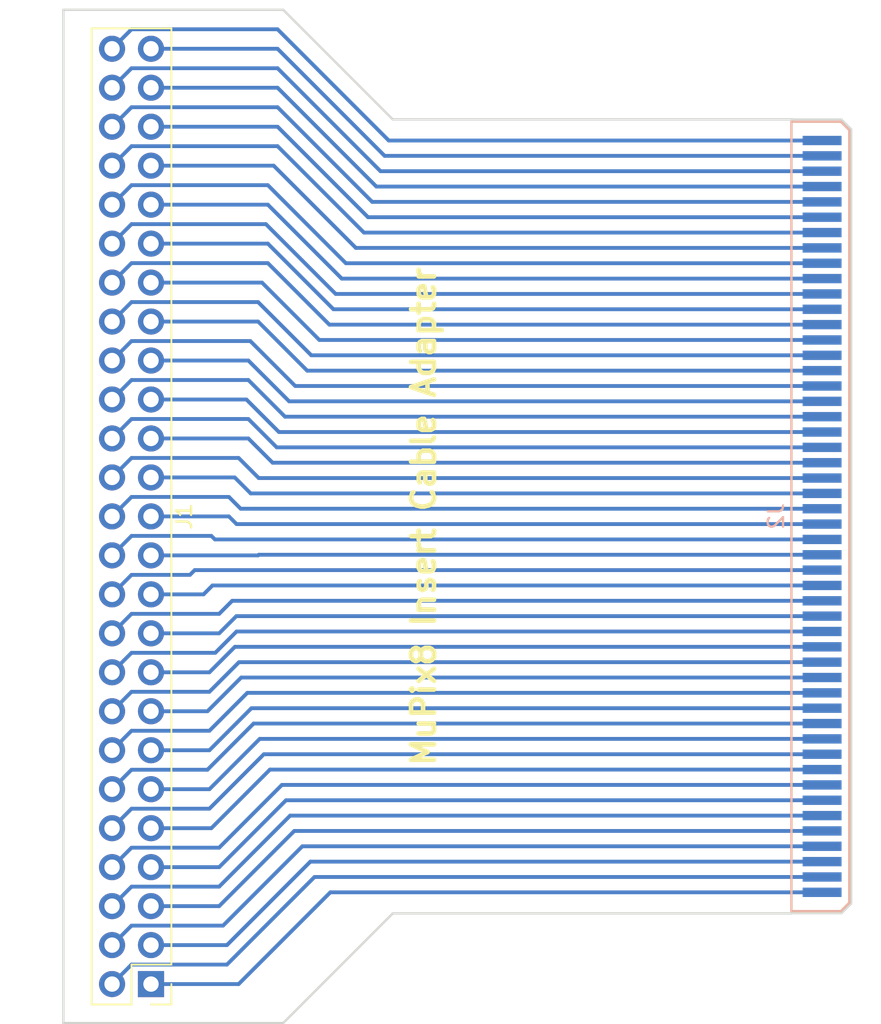
<source format=kicad_pcb>
(kicad_pcb (version 20171130) (host pcbnew 5.1.9+dfsg1-1~bpo10+1)

  (general
    (thickness 1.6)
    (drawings 8)
    (tracks 175)
    (zones 0)
    (modules 2)
    (nets 51)
  )

  (page A4)
  (layers
    (0 F.Cu signal)
    (31 B.Cu signal)
    (32 B.Adhes user)
    (33 F.Adhes user)
    (34 B.Paste user)
    (35 F.Paste user)
    (36 B.SilkS user)
    (37 F.SilkS user)
    (38 B.Mask user)
    (39 F.Mask user)
    (40 Dwgs.User user)
    (41 Cmts.User user)
    (42 Eco1.User user)
    (43 Eco2.User user)
    (44 Edge.Cuts user)
    (45 Margin user)
    (46 B.CrtYd user)
    (47 F.CrtYd user)
    (48 B.Fab user)
    (49 F.Fab user)
  )

  (setup
    (last_trace_width 0.25)
    (user_trace_width 0.5)
    (trace_clearance 0.2)
    (zone_clearance 0.508)
    (zone_45_only no)
    (trace_min 0.2)
    (via_size 0.8)
    (via_drill 0.4)
    (via_min_size 0.4)
    (via_min_drill 0.3)
    (uvia_size 0.3)
    (uvia_drill 0.1)
    (uvias_allowed no)
    (uvia_min_size 0.2)
    (uvia_min_drill 0.1)
    (edge_width 0.15)
    (segment_width 0.2)
    (pcb_text_width 0.3)
    (pcb_text_size 1.5 1.5)
    (mod_edge_width 0.15)
    (mod_text_size 1 1)
    (mod_text_width 0.15)
    (pad_size 1.524 1.524)
    (pad_drill 0.762)
    (pad_to_mask_clearance 0.051)
    (solder_mask_min_width 0.25)
    (aux_axis_origin 0 0)
    (grid_origin 229.32 96)
    (visible_elements FFFFFF7F)
    (pcbplotparams
      (layerselection 0x010fc_ffffffff)
      (usegerberextensions false)
      (usegerberattributes false)
      (usegerberadvancedattributes false)
      (creategerberjobfile false)
      (excludeedgelayer true)
      (linewidth 0.100000)
      (plotframeref false)
      (viasonmask false)
      (mode 1)
      (useauxorigin false)
      (hpglpennumber 1)
      (hpglpenspeed 20)
      (hpglpendiameter 15.000000)
      (psnegative false)
      (psa4output false)
      (plotreference true)
      (plotvalue true)
      (plotinvisibletext false)
      (padsonsilk false)
      (subtractmaskfromsilk false)
      (outputformat 1)
      (mirror false)
      (drillshape 0)
      (scaleselection 1)
      (outputdirectory "gerber/"))
  )

  (net 0 "")
  (net 1 "Net-(J1-Pad50)")
  (net 2 "Net-(J1-Pad49)")
  (net 3 "Net-(J1-Pad48)")
  (net 4 "Net-(J1-Pad47)")
  (net 5 "Net-(J1-Pad46)")
  (net 6 "Net-(J1-Pad45)")
  (net 7 "Net-(J1-Pad44)")
  (net 8 /S43)
  (net 9 "Net-(J1-Pad42)")
  (net 10 /S41)
  (net 11 "Net-(J1-Pad40)")
  (net 12 /S39)
  (net 13 "Net-(J1-Pad38)")
  (net 14 /S37)
  (net 15 "Net-(J1-Pad36)")
  (net 16 /S35)
  (net 17 "Net-(J1-Pad34)")
  (net 18 /S33)
  (net 19 "Net-(J1-Pad32)")
  (net 20 /S31)
  (net 21 "Net-(J1-Pad30)")
  (net 22 /S29)
  (net 23 "Net-(J1-Pad28)")
  (net 24 /S27)
  (net 25 "Net-(J1-Pad26)")
  (net 26 /S25)
  (net 27 "Net-(J1-Pad24)")
  (net 28 /S23)
  (net 29 "Net-(J1-Pad22)")
  (net 30 /S21)
  (net 31 "Net-(J1-Pad20)")
  (net 32 /S19)
  (net 33 "Net-(J1-Pad18)")
  (net 34 /S17)
  (net 35 "Net-(J1-Pad16)")
  (net 36 "Net-(J1-Pad15)")
  (net 37 "Net-(J1-Pad14)")
  (net 38 "Net-(J1-Pad13)")
  (net 39 "Net-(J1-Pad12)")
  (net 40 "Net-(J1-Pad11)")
  (net 41 "Net-(J1-Pad10)")
  (net 42 "Net-(J1-Pad9)")
  (net 43 "Net-(J1-Pad8)")
  (net 44 "Net-(J1-Pad7)")
  (net 45 "Net-(J1-Pad6)")
  (net 46 "Net-(J1-Pad5)")
  (net 47 "Net-(J1-Pad4)")
  (net 48 "Net-(J1-Pad3)")
  (net 49 "Net-(J1-Pad2)")
  (net 50 "Net-(J1-Pad1)")

  (net_class Default "This is the default net class."
    (clearance 0.2)
    (trace_width 0.25)
    (via_dia 0.8)
    (via_drill 0.4)
    (uvia_dia 0.3)
    (uvia_drill 0.1)
    (add_net /S17)
    (add_net /S19)
    (add_net /S21)
    (add_net /S23)
    (add_net /S25)
    (add_net /S27)
    (add_net /S29)
    (add_net /S31)
    (add_net /S33)
    (add_net /S35)
    (add_net /S37)
    (add_net /S39)
    (add_net /S41)
    (add_net /S43)
    (add_net "Net-(J1-Pad1)")
    (add_net "Net-(J1-Pad10)")
    (add_net "Net-(J1-Pad11)")
    (add_net "Net-(J1-Pad12)")
    (add_net "Net-(J1-Pad13)")
    (add_net "Net-(J1-Pad14)")
    (add_net "Net-(J1-Pad15)")
    (add_net "Net-(J1-Pad16)")
    (add_net "Net-(J1-Pad18)")
    (add_net "Net-(J1-Pad2)")
    (add_net "Net-(J1-Pad20)")
    (add_net "Net-(J1-Pad22)")
    (add_net "Net-(J1-Pad24)")
    (add_net "Net-(J1-Pad26)")
    (add_net "Net-(J1-Pad28)")
    (add_net "Net-(J1-Pad3)")
    (add_net "Net-(J1-Pad30)")
    (add_net "Net-(J1-Pad32)")
    (add_net "Net-(J1-Pad34)")
    (add_net "Net-(J1-Pad36)")
    (add_net "Net-(J1-Pad38)")
    (add_net "Net-(J1-Pad4)")
    (add_net "Net-(J1-Pad40)")
    (add_net "Net-(J1-Pad42)")
    (add_net "Net-(J1-Pad44)")
    (add_net "Net-(J1-Pad45)")
    (add_net "Net-(J1-Pad46)")
    (add_net "Net-(J1-Pad47)")
    (add_net "Net-(J1-Pad48)")
    (add_net "Net-(J1-Pad49)")
    (add_net "Net-(J1-Pad5)")
    (add_net "Net-(J1-Pad50)")
    (add_net "Net-(J1-Pad6)")
    (add_net "Net-(J1-Pad7)")
    (add_net "Net-(J1-Pad8)")
    (add_net "Net-(J1-Pad9)")
  )

  (module Connector_PinHeader_2.54mm:PinHeader_2x25_P2.54mm_Vertical (layer F.Cu) (tedit 59FED5CC) (tstamp 5EC878E0)
    (at 184.235 126.48 180)
    (descr "Through hole straight pin header, 2x25, 2.54mm pitch, double rows")
    (tags "Through hole pin header THT 2x25 2.54mm double row")
    (path /5EC673C6)
    (fp_text reference J1 (at -2.159 30.48 270) (layer F.SilkS)
      (effects (font (size 1 1) (thickness 0.15)))
    )
    (fp_text value Conn_02x25_Odd_Even (at 1.27 63.29 180) (layer F.Fab)
      (effects (font (size 1 1) (thickness 0.15)))
    )
    (fp_line (start 4.35 -1.8) (end -1.8 -1.8) (layer F.CrtYd) (width 0.05))
    (fp_line (start 4.35 62.75) (end 4.35 -1.8) (layer F.CrtYd) (width 0.05))
    (fp_line (start -1.8 62.75) (end 4.35 62.75) (layer F.CrtYd) (width 0.05))
    (fp_line (start -1.8 -1.8) (end -1.8 62.75) (layer F.CrtYd) (width 0.05))
    (fp_line (start -1.33 -1.33) (end 0 -1.33) (layer F.SilkS) (width 0.12))
    (fp_line (start -1.33 0) (end -1.33 -1.33) (layer F.SilkS) (width 0.12))
    (fp_line (start 1.27 -1.33) (end 3.87 -1.33) (layer F.SilkS) (width 0.12))
    (fp_line (start 1.27 1.27) (end 1.27 -1.33) (layer F.SilkS) (width 0.12))
    (fp_line (start -1.33 1.27) (end 1.27 1.27) (layer F.SilkS) (width 0.12))
    (fp_line (start 3.87 -1.33) (end 3.87 62.29) (layer F.SilkS) (width 0.12))
    (fp_line (start -1.33 1.27) (end -1.33 62.29) (layer F.SilkS) (width 0.12))
    (fp_line (start -1.33 62.29) (end 3.87 62.29) (layer F.SilkS) (width 0.12))
    (fp_line (start -1.27 0) (end 0 -1.27) (layer F.Fab) (width 0.1))
    (fp_line (start -1.27 62.23) (end -1.27 0) (layer F.Fab) (width 0.1))
    (fp_line (start 3.81 62.23) (end -1.27 62.23) (layer F.Fab) (width 0.1))
    (fp_line (start 3.81 -1.27) (end 3.81 62.23) (layer F.Fab) (width 0.1))
    (fp_line (start 0 -1.27) (end 3.81 -1.27) (layer F.Fab) (width 0.1))
    (fp_text user %R (at 1.27 30.48 270) (layer F.Fab)
      (effects (font (size 1 1) (thickness 0.15)))
    )
    (pad 50 thru_hole oval (at 2.54 60.96 180) (size 1.7 1.7) (drill 1) (layers *.Cu *.Mask)
      (net 1 "Net-(J1-Pad50)"))
    (pad 49 thru_hole oval (at 0 60.96 180) (size 1.7 1.7) (drill 1) (layers *.Cu *.Mask)
      (net 2 "Net-(J1-Pad49)"))
    (pad 48 thru_hole oval (at 2.54 58.42 180) (size 1.7 1.7) (drill 1) (layers *.Cu *.Mask)
      (net 3 "Net-(J1-Pad48)"))
    (pad 47 thru_hole oval (at 0 58.42 180) (size 1.7 1.7) (drill 1) (layers *.Cu *.Mask)
      (net 4 "Net-(J1-Pad47)"))
    (pad 46 thru_hole oval (at 2.54 55.88 180) (size 1.7 1.7) (drill 1) (layers *.Cu *.Mask)
      (net 5 "Net-(J1-Pad46)"))
    (pad 45 thru_hole oval (at 0 55.88 180) (size 1.7 1.7) (drill 1) (layers *.Cu *.Mask)
      (net 6 "Net-(J1-Pad45)"))
    (pad 44 thru_hole oval (at 2.54 53.34 180) (size 1.7 1.7) (drill 1) (layers *.Cu *.Mask)
      (net 7 "Net-(J1-Pad44)"))
    (pad 43 thru_hole oval (at 0 53.34 180) (size 1.7 1.7) (drill 1) (layers *.Cu *.Mask)
      (net 8 /S43))
    (pad 42 thru_hole oval (at 2.54 50.8 180) (size 1.7 1.7) (drill 1) (layers *.Cu *.Mask)
      (net 9 "Net-(J1-Pad42)"))
    (pad 41 thru_hole oval (at 0 50.8 180) (size 1.7 1.7) (drill 1) (layers *.Cu *.Mask)
      (net 10 /S41))
    (pad 40 thru_hole oval (at 2.54 48.26 180) (size 1.7 1.7) (drill 1) (layers *.Cu *.Mask)
      (net 11 "Net-(J1-Pad40)"))
    (pad 39 thru_hole oval (at 0 48.26 180) (size 1.7 1.7) (drill 1) (layers *.Cu *.Mask)
      (net 12 /S39))
    (pad 38 thru_hole oval (at 2.54 45.72 180) (size 1.7 1.7) (drill 1) (layers *.Cu *.Mask)
      (net 13 "Net-(J1-Pad38)"))
    (pad 37 thru_hole oval (at 0 45.72 180) (size 1.7 1.7) (drill 1) (layers *.Cu *.Mask)
      (net 14 /S37))
    (pad 36 thru_hole oval (at 2.54 43.18 180) (size 1.7 1.7) (drill 1) (layers *.Cu *.Mask)
      (net 15 "Net-(J1-Pad36)"))
    (pad 35 thru_hole oval (at 0 43.18 180) (size 1.7 1.7) (drill 1) (layers *.Cu *.Mask)
      (net 16 /S35))
    (pad 34 thru_hole oval (at 2.54 40.64 180) (size 1.7 1.7) (drill 1) (layers *.Cu *.Mask)
      (net 17 "Net-(J1-Pad34)"))
    (pad 33 thru_hole oval (at 0 40.64 180) (size 1.7 1.7) (drill 1) (layers *.Cu *.Mask)
      (net 18 /S33))
    (pad 32 thru_hole oval (at 2.54 38.1 180) (size 1.7 1.7) (drill 1) (layers *.Cu *.Mask)
      (net 19 "Net-(J1-Pad32)"))
    (pad 31 thru_hole oval (at 0 38.1 180) (size 1.7 1.7) (drill 1) (layers *.Cu *.Mask)
      (net 20 /S31))
    (pad 30 thru_hole oval (at 2.54 35.56 180) (size 1.7 1.7) (drill 1) (layers *.Cu *.Mask)
      (net 21 "Net-(J1-Pad30)"))
    (pad 29 thru_hole oval (at 0 35.56 180) (size 1.7 1.7) (drill 1) (layers *.Cu *.Mask)
      (net 22 /S29))
    (pad 28 thru_hole oval (at 2.54 33.02 180) (size 1.7 1.7) (drill 1) (layers *.Cu *.Mask)
      (net 23 "Net-(J1-Pad28)"))
    (pad 27 thru_hole oval (at 0 33.02 180) (size 1.7 1.7) (drill 1) (layers *.Cu *.Mask)
      (net 24 /S27))
    (pad 26 thru_hole oval (at 2.54 30.48 180) (size 1.7 1.7) (drill 1) (layers *.Cu *.Mask)
      (net 25 "Net-(J1-Pad26)"))
    (pad 25 thru_hole oval (at 0 30.48 180) (size 1.7 1.7) (drill 1) (layers *.Cu *.Mask)
      (net 26 /S25))
    (pad 24 thru_hole oval (at 2.54 27.94 180) (size 1.7 1.7) (drill 1) (layers *.Cu *.Mask)
      (net 27 "Net-(J1-Pad24)"))
    (pad 23 thru_hole oval (at 0 27.94 180) (size 1.7 1.7) (drill 1) (layers *.Cu *.Mask)
      (net 28 /S23))
    (pad 22 thru_hole oval (at 2.54 25.4 180) (size 1.7 1.7) (drill 1) (layers *.Cu *.Mask)
      (net 29 "Net-(J1-Pad22)"))
    (pad 21 thru_hole oval (at 0 25.4 180) (size 1.7 1.7) (drill 1) (layers *.Cu *.Mask)
      (net 30 /S21))
    (pad 20 thru_hole oval (at 2.54 22.86 180) (size 1.7 1.7) (drill 1) (layers *.Cu *.Mask)
      (net 31 "Net-(J1-Pad20)"))
    (pad 19 thru_hole oval (at 0 22.86 180) (size 1.7 1.7) (drill 1) (layers *.Cu *.Mask)
      (net 32 /S19))
    (pad 18 thru_hole oval (at 2.54 20.32 180) (size 1.7 1.7) (drill 1) (layers *.Cu *.Mask)
      (net 33 "Net-(J1-Pad18)"))
    (pad 17 thru_hole oval (at 0 20.32 180) (size 1.7 1.7) (drill 1) (layers *.Cu *.Mask)
      (net 34 /S17))
    (pad 16 thru_hole oval (at 2.54 17.78 180) (size 1.7 1.7) (drill 1) (layers *.Cu *.Mask)
      (net 35 "Net-(J1-Pad16)"))
    (pad 15 thru_hole oval (at 0 17.78 180) (size 1.7 1.7) (drill 1) (layers *.Cu *.Mask)
      (net 36 "Net-(J1-Pad15)"))
    (pad 14 thru_hole oval (at 2.54 15.24 180) (size 1.7 1.7) (drill 1) (layers *.Cu *.Mask)
      (net 37 "Net-(J1-Pad14)"))
    (pad 13 thru_hole oval (at 0 15.24 180) (size 1.7 1.7) (drill 1) (layers *.Cu *.Mask)
      (net 38 "Net-(J1-Pad13)"))
    (pad 12 thru_hole oval (at 2.54 12.7 180) (size 1.7 1.7) (drill 1) (layers *.Cu *.Mask)
      (net 39 "Net-(J1-Pad12)"))
    (pad 11 thru_hole oval (at 0 12.7 180) (size 1.7 1.7) (drill 1) (layers *.Cu *.Mask)
      (net 40 "Net-(J1-Pad11)"))
    (pad 10 thru_hole oval (at 2.54 10.16 180) (size 1.7 1.7) (drill 1) (layers *.Cu *.Mask)
      (net 41 "Net-(J1-Pad10)"))
    (pad 9 thru_hole oval (at 0 10.16 180) (size 1.7 1.7) (drill 1) (layers *.Cu *.Mask)
      (net 42 "Net-(J1-Pad9)"))
    (pad 8 thru_hole oval (at 2.54 7.62 180) (size 1.7 1.7) (drill 1) (layers *.Cu *.Mask)
      (net 43 "Net-(J1-Pad8)"))
    (pad 7 thru_hole oval (at 0 7.62 180) (size 1.7 1.7) (drill 1) (layers *.Cu *.Mask)
      (net 44 "Net-(J1-Pad7)"))
    (pad 6 thru_hole oval (at 2.54 5.08 180) (size 1.7 1.7) (drill 1) (layers *.Cu *.Mask)
      (net 45 "Net-(J1-Pad6)"))
    (pad 5 thru_hole oval (at 0 5.08 180) (size 1.7 1.7) (drill 1) (layers *.Cu *.Mask)
      (net 46 "Net-(J1-Pad5)"))
    (pad 4 thru_hole oval (at 2.54 2.54 180) (size 1.7 1.7) (drill 1) (layers *.Cu *.Mask)
      (net 47 "Net-(J1-Pad4)"))
    (pad 3 thru_hole oval (at 0 2.54 180) (size 1.7 1.7) (drill 1) (layers *.Cu *.Mask)
      (net 48 "Net-(J1-Pad3)"))
    (pad 2 thru_hole oval (at 2.54 0 180) (size 1.7 1.7) (drill 1) (layers *.Cu *.Mask)
      (net 49 "Net-(J1-Pad2)"))
    (pad 1 thru_hole rect (at 0 0 180) (size 1.7 1.7) (drill 1) (layers *.Cu *.Mask)
      (net 50 "Net-(J1-Pad1)"))
    (model ${KISYS3DMOD}/Connector_PinHeader_2.54mm.3dshapes/PinHeader_2x25_P2.54mm_Vertical.wrl
      (at (xyz 0 0 0))
      (scale (xyz 1 1 1))
      (rotate (xyz 0 0 0))
    )
  )

  (module RUB-AG1:MB1-150-01_Edge (layer F.Cu) (tedit 5F9A7D66) (tstamp 5EC87898)
    (at 228 96 90)
    (path /5EC67071)
    (attr virtual)
    (fp_text reference J2 (at 0 -3 90) (layer B.SilkS)
      (effects (font (size 1 1) (thickness 0.15)) (justify mirror))
    )
    (fp_text value MB1-150-01-XX-S-XX-SL-N (at 0 3 90) (layer F.Fab)
      (effects (font (size 1 1) (thickness 0.15)))
    )
    (fp_line (start -25.235 1.91) (end 25.235 1.91) (layer Edge.Cuts) (width 0.12))
    (fp_line (start 25.875 1.27) (end 25.875 -1.91) (layer Edge.Cuts) (width 0.12))
    (fp_line (start 25.235 1.91) (end 25.875 1.27) (layer Edge.Cuts) (width 0.12))
    (fp_line (start -25.875 -2) (end -25.875 1.27) (layer Edge.Cuts) (width 0.12))
    (fp_line (start -25.235 1.91) (end -25.875 1.27) (layer Edge.Cuts) (width 0.12))
    (fp_line (start 25.725 1.225) (end 25.725 -2) (layer F.SilkS) (width 0.15))
    (fp_line (start -25.175 1.775) (end 25.175 1.775) (layer F.SilkS) (width 0.15))
    (fp_line (start -25.725 -2) (end -25.725 1.225) (layer F.SilkS) (width 0.15))
    (fp_line (start 25.725 1.225) (end 25.175 1.775) (layer F.SilkS) (width 0.15))
    (fp_line (start -25.725 1.225) (end -25.175 1.775) (layer F.SilkS) (width 0.15))
    (fp_line (start -25.725 -2) (end 25.725 -2) (layer F.SilkS) (width 0.15))
    (fp_line (start -25.725 -2) (end -25.725 1.225) (layer B.SilkS) (width 0.15))
    (fp_line (start -25.725 -2) (end 25.725 -2) (layer B.SilkS) (width 0.15))
    (fp_line (start 25.725 1.225) (end 25.725 -2) (layer B.SilkS) (width 0.15))
    (fp_line (start 25.725 1.225) (end 25.175 1.775) (layer B.SilkS) (width 0.15))
    (fp_line (start -25.175 1.775) (end 25.175 1.775) (layer B.SilkS) (width 0.15))
    (fp_line (start -25.725 1.225) (end -25.175 1.775) (layer B.SilkS) (width 0.15))
    (pad 50 smd rect (at 24.5 0 90) (size 0.61 2.54) (layers B.Cu B.Mask)
      (net 1 "Net-(J1-Pad50)"))
    (pad 49 smd rect (at 23.5 0 90) (size 0.61 2.54) (layers B.Cu B.Mask)
      (net 2 "Net-(J1-Pad49)"))
    (pad 48 smd rect (at 22.5 0 90) (size 0.61 2.54) (layers B.Cu B.Mask)
      (net 3 "Net-(J1-Pad48)"))
    (pad 47 smd rect (at 21.5 0 90) (size 0.61 2.54) (layers B.Cu B.Mask)
      (net 4 "Net-(J1-Pad47)"))
    (pad 46 smd rect (at 20.5 0 90) (size 0.61 2.54) (layers B.Cu B.Mask)
      (net 5 "Net-(J1-Pad46)"))
    (pad 45 smd rect (at 19.5 0 90) (size 0.61 2.54) (layers B.Cu B.Mask)
      (net 6 "Net-(J1-Pad45)"))
    (pad 1 smd rect (at -24.5 0 90) (size 0.61 2.54) (layers B.Cu B.Mask)
      (net 50 "Net-(J1-Pad1)"))
    (pad 2 smd rect (at -23.5 0 90) (size 0.61 2.54) (layers B.Cu B.Mask)
      (net 49 "Net-(J1-Pad2)"))
    (pad 3 smd rect (at -22.5 0 90) (size 0.61 2.54) (layers B.Cu B.Mask)
      (net 48 "Net-(J1-Pad3)"))
    (pad 4 smd rect (at -21.5 0 90) (size 0.61 2.54) (layers B.Cu B.Mask)
      (net 47 "Net-(J1-Pad4)"))
    (pad 5 smd rect (at -20.5 0 90) (size 0.61 2.54) (layers B.Cu B.Mask)
      (net 46 "Net-(J1-Pad5)"))
    (pad 6 smd rect (at -19.5 0 90) (size 0.61 2.54) (layers B.Cu B.Mask)
      (net 45 "Net-(J1-Pad6)"))
    (pad 44 smd rect (at 18.5 0 90) (size 0.61 2.54) (layers B.Cu B.Mask)
      (net 7 "Net-(J1-Pad44)"))
    (pad 7 smd rect (at -18.5 0 90) (size 0.61 2.54) (layers B.Cu B.Mask)
      (net 44 "Net-(J1-Pad7)"))
    (pad 8 smd rect (at -17.5 0 90) (size 0.61 2.54) (layers B.Cu B.Mask)
      (net 43 "Net-(J1-Pad8)"))
    (pad 43 smd rect (at 17.5 0 90) (size 0.61 2.54) (layers B.Cu B.Mask)
      (net 8 /S43))
    (pad 42 smd rect (at 16.5 0 90) (size 0.61 2.54) (layers B.Cu B.Mask)
      (net 9 "Net-(J1-Pad42)"))
    (pad 9 smd rect (at -16.5 0 90) (size 0.61 2.54) (layers B.Cu B.Mask)
      (net 42 "Net-(J1-Pad9)"))
    (pad 10 smd rect (at -15.5 0 90) (size 0.61 2.54) (layers B.Cu B.Mask)
      (net 41 "Net-(J1-Pad10)"))
    (pad 41 smd rect (at 15.5 0 90) (size 0.61 2.54) (layers B.Cu B.Mask)
      (net 10 /S41))
    (pad 40 smd rect (at 14.5 0 90) (size 0.61 2.54) (layers B.Cu B.Mask)
      (net 11 "Net-(J1-Pad40)"))
    (pad 11 smd rect (at -14.5 0 90) (size 0.61 2.54) (layers B.Cu B.Mask)
      (net 40 "Net-(J1-Pad11)"))
    (pad 12 smd rect (at -13.5 0 90) (size 0.61 2.54) (layers B.Cu B.Mask)
      (net 39 "Net-(J1-Pad12)"))
    (pad 39 smd rect (at 13.5 0 90) (size 0.61 2.54) (layers B.Cu B.Mask)
      (net 12 /S39))
    (pad 38 smd rect (at 12.5 0 90) (size 0.61 2.54) (layers B.Cu B.Mask)
      (net 13 "Net-(J1-Pad38)"))
    (pad 13 smd rect (at -12.5 0 90) (size 0.61 2.54) (layers B.Cu B.Mask)
      (net 38 "Net-(J1-Pad13)"))
    (pad 14 smd rect (at -11.5 0 90) (size 0.61 2.54) (layers B.Cu B.Mask)
      (net 37 "Net-(J1-Pad14)"))
    (pad 37 smd rect (at 11.5 0 90) (size 0.61 2.54) (layers B.Cu B.Mask)
      (net 14 /S37))
    (pad 36 smd rect (at 10.5 0 90) (size 0.61 2.54) (layers B.Cu B.Mask)
      (net 15 "Net-(J1-Pad36)"))
    (pad 15 smd rect (at -10.5 0 90) (size 0.61 2.54) (layers B.Cu B.Mask)
      (net 36 "Net-(J1-Pad15)"))
    (pad 35 smd rect (at 9.5 0 90) (size 0.61 2.54) (layers B.Cu B.Mask)
      (net 16 /S35))
    (pad 16 smd rect (at -9.5 0 90) (size 0.61 2.54) (layers B.Cu B.Mask)
      (net 35 "Net-(J1-Pad16)"))
    (pad 34 smd rect (at 8.5 0 90) (size 0.61 2.54) (layers B.Cu B.Mask)
      (net 17 "Net-(J1-Pad34)"))
    (pad 17 smd rect (at -8.5 0 90) (size 0.61 2.54) (layers B.Cu B.Mask)
      (net 34 /S17))
    (pad 33 smd rect (at 7.5 0 90) (size 0.61 2.54) (layers B.Cu B.Mask)
      (net 18 /S33))
    (pad 18 smd rect (at -7.5 0 90) (size 0.61 2.54) (layers B.Cu B.Mask)
      (net 33 "Net-(J1-Pad18)"))
    (pad 32 smd rect (at 6.5 0 90) (size 0.61 2.54) (layers B.Cu B.Mask)
      (net 19 "Net-(J1-Pad32)"))
    (pad 19 smd rect (at -6.5 0 90) (size 0.61 2.54) (layers B.Cu B.Mask)
      (net 32 /S19))
    (pad 31 smd rect (at 5.5 0 90) (size 0.61 2.54) (layers B.Cu B.Mask)
      (net 20 /S31))
    (pad 20 smd rect (at -5.5 0 90) (size 0.61 2.54) (layers B.Cu B.Mask)
      (net 31 "Net-(J1-Pad20)"))
    (pad 30 smd rect (at 4.5 0 90) (size 0.61 2.54) (layers B.Cu B.Mask)
      (net 21 "Net-(J1-Pad30)"))
    (pad 21 smd rect (at -4.5 0 90) (size 0.61 2.54) (layers B.Cu B.Mask)
      (net 30 /S21))
    (pad 29 smd rect (at 3.5 0 90) (size 0.61 2.54) (layers B.Cu B.Mask)
      (net 22 /S29))
    (pad 22 smd rect (at -3.5 0 90) (size 0.61 2.54) (layers B.Cu B.Mask)
      (net 29 "Net-(J1-Pad22)"))
    (pad 28 smd rect (at 2.5 0 90) (size 0.61 2.54) (layers B.Cu B.Mask)
      (net 23 "Net-(J1-Pad28)"))
    (pad 23 smd rect (at -2.5 0 90) (size 0.61 2.54) (layers B.Cu B.Mask)
      (net 28 /S23))
    (pad 27 smd rect (at 1.5 0 90) (size 0.61 2.54) (layers B.Cu B.Mask)
      (net 24 /S27))
    (pad 24 smd rect (at -1.5 0 90) (size 0.61 2.54) (layers B.Cu B.Mask)
      (net 27 "Net-(J1-Pad24)"))
    (pad 26 smd rect (at 0.5 0 90) (size 0.61 2.54) (layers B.Cu B.Mask)
      (net 25 "Net-(J1-Pad26)"))
    (pad 25 smd rect (at -0.5 0 90) (size 0.61 2.54) (layers B.Cu B.Mask)
      (net 26 /S25))
  )

  (gr_text "MuPix8 Insert Cable Adapter" (at 202.015 96 90) (layer F.SilkS)
    (effects (font (size 1.5 1.5) (thickness 0.3)))
  )
  (gr_line (start 200 121.875) (end 192.855 129.02) (layer Edge.Cuts) (width 0.15))
  (gr_line (start 200 70.125) (end 192.855 62.98) (layer Edge.Cuts) (width 0.15))
  (gr_line (start 178.52 129.02) (end 192.855 129.02) (layer Edge.Cuts) (width 0.15))
  (gr_line (start 178.52 62.98) (end 178.52 129.02) (layer Edge.Cuts) (width 0.15))
  (gr_line (start 192.855 62.98) (end 178.52 62.98) (layer Edge.Cuts) (width 0.15))
  (gr_line (start 226 121.875) (end 200 121.875) (layer Edge.Cuts) (width 0.15))
  (gr_line (start 226.09 70.125) (end 200 70.125) (layer Edge.Cuts) (width 0.15))

  (segment (start 182.965 120.13) (end 181.695 121.4) (width 0.25) (layer B.Cu) (net 45))
  (segment (start 188.68 120.13) (end 182.965 120.13) (width 0.25) (layer B.Cu) (net 45))
  (segment (start 228 115.5) (end 193.31 115.5) (width 0.25) (layer B.Cu) (net 45))
  (segment (start 193.31 115.5) (end 188.68 120.13) (width 0.25) (layer B.Cu) (net 45))
  (segment (start 188.68 121.4) (end 184.235 121.4) (width 0.25) (layer B.Cu) (net 46))
  (segment (start 228 116.5) (end 193.58 116.5) (width 0.25) (layer B.Cu) (net 46))
  (segment (start 193.58 116.5) (end 188.68 121.4) (width 0.25) (layer B.Cu) (net 46))
  (segment (start 188.68 118.86) (end 184.235 118.86) (width 0.25) (layer B.Cu) (net 44))
  (segment (start 228 114.5) (end 193.04 114.5) (width 0.25) (layer B.Cu) (net 44))
  (segment (start 193.04 114.5) (end 188.68 118.86) (width 0.25) (layer B.Cu) (net 44))
  (segment (start 228 71.5) (end 199.74 71.5) (width 0.25) (layer B.Cu) (net 1))
  (segment (start 181.695 65.52) (end 182.965 64.25) (width 0.25) (layer B.Cu) (net 1))
  (segment (start 182.965 64.25) (end 192.49 64.25) (width 0.25) (layer B.Cu) (net 1))
  (segment (start 199.74 71.5) (end 192.49 64.25) (width 0.25) (layer B.Cu) (net 1))
  (segment (start 228 72.5) (end 199.47 72.5) (width 0.25) (layer B.Cu) (net 2))
  (segment (start 192.49 65.52) (end 184.235 65.52) (width 0.25) (layer B.Cu) (net 2))
  (segment (start 199.47 72.5) (end 192.49 65.52) (width 0.25) (layer B.Cu) (net 2))
  (segment (start 228 113.5) (end 192.77 113.5) (width 0.25) (layer B.Cu) (net 43))
  (segment (start 182.965 117.59) (end 181.695 118.86) (width 0.25) (layer B.Cu) (net 43))
  (segment (start 188.68 117.59) (end 182.965 117.59) (width 0.25) (layer B.Cu) (net 43))
  (segment (start 192.77 113.5) (end 188.68 117.59) (width 0.25) (layer B.Cu) (net 43))
  (segment (start 228 111.5) (end 191.595 111.5) (width 0.25) (layer B.Cu) (net 41))
  (segment (start 182.965 115.05) (end 181.695 116.32) (width 0.25) (layer B.Cu) (net 41))
  (segment (start 188.045 115.05) (end 182.965 115.05) (width 0.25) (layer B.Cu) (net 41))
  (segment (start 191.595 111.5) (end 188.045 115.05) (width 0.25) (layer B.Cu) (net 41))
  (segment (start 188.045 113.78) (end 184.235 113.78) (width 0.25) (layer B.Cu) (net 40))
  (segment (start 228 110.5) (end 191.325 110.5) (width 0.25) (layer B.Cu) (net 40))
  (segment (start 191.325 110.5) (end 188.045 113.78) (width 0.25) (layer B.Cu) (net 40))
  (segment (start 188.045 111.24) (end 184.235 111.24) (width 0.25) (layer B.Cu) (net 38))
  (segment (start 228 108.5) (end 190.785 108.5) (width 0.25) (layer B.Cu) (net 38))
  (segment (start 190.785 108.5) (end 188.045 111.24) (width 0.25) (layer B.Cu) (net 38))
  (segment (start 182.965 109.97) (end 181.695 111.24) (width 0.25) (layer B.Cu) (net 37))
  (segment (start 188.045 109.97) (end 182.965 109.97) (width 0.25) (layer B.Cu) (net 37))
  (segment (start 228 107.5) (end 190.515 107.5) (width 0.25) (layer B.Cu) (net 37))
  (segment (start 190.515 107.5) (end 188.045 109.97) (width 0.25) (layer B.Cu) (net 37))
  (segment (start 182.965 107.43) (end 181.695 108.7) (width 0.25) (layer B.Cu) (net 35))
  (segment (start 188.045 107.43) (end 182.965 107.43) (width 0.25) (layer B.Cu) (net 35))
  (segment (start 228 105.5) (end 189.975 105.5) (width 0.25) (layer B.Cu) (net 35))
  (segment (start 189.975 105.5) (end 188.045 107.43) (width 0.25) (layer B.Cu) (net 35))
  (segment (start 188.045 106.16) (end 184.235 106.16) (width 0.25) (layer B.Cu) (net 34))
  (segment (start 228 104.5) (end 189.705 104.5) (width 0.25) (layer B.Cu) (net 34))
  (segment (start 189.705 104.5) (end 188.045 106.16) (width 0.25) (layer B.Cu) (net 34))
  (segment (start 188.68 103.62) (end 184.235 103.62) (width 0.25) (layer B.Cu) (net 32))
  (segment (start 228 102.5) (end 189.8 102.5) (width 0.25) (layer B.Cu) (net 32))
  (segment (start 189.8 102.5) (end 188.68 103.62) (width 0.25) (layer B.Cu) (net 32))
  (segment (start 182.965 102.35) (end 181.695 103.62) (width 0.25) (layer B.Cu) (net 31))
  (segment (start 188.68 102.35) (end 182.965 102.35) (width 0.25) (layer B.Cu) (net 31))
  (segment (start 228 101.5) (end 189.53 101.5) (width 0.25) (layer B.Cu) (net 31))
  (segment (start 189.53 101.5) (end 188.68 102.35) (width 0.25) (layer B.Cu) (net 31))
  (segment (start 182.965 99.81) (end 181.695 101.08) (width 0.25) (layer B.Cu) (net 29))
  (segment (start 186.775 99.81) (end 182.965 99.81) (width 0.25) (layer B.Cu) (net 29))
  (segment (start 228 99.5) (end 187.085 99.5) (width 0.25) (layer B.Cu) (net 29))
  (segment (start 187.085 99.5) (end 186.775 99.81) (width 0.25) (layer B.Cu) (net 29))
  (segment (start 228 98.5) (end 191.26 98.5) (width 0.25) (layer B.Cu) (net 28))
  (segment (start 191.26 98.5) (end 191.22 98.54) (width 0.25) (layer B.Cu) (net 28))
  (segment (start 191.22 98.54) (end 184.235 98.54) (width 0.25) (layer B.Cu) (net 28))
  (segment (start 189.315 96) (end 184.235 96) (width 0.25) (layer B.Cu) (net 26))
  (segment (start 228 96.5) (end 189.815 96.5) (width 0.25) (layer B.Cu) (net 26))
  (segment (start 189.815 96.5) (end 189.315 96) (width 0.25) (layer B.Cu) (net 26))
  (segment (start 182.965 94.73) (end 181.695 96) (width 0.25) (layer B.Cu) (net 25))
  (segment (start 189.315 94.73) (end 182.965 94.73) (width 0.25) (layer B.Cu) (net 25))
  (segment (start 228 95.5) (end 190.085 95.5) (width 0.25) (layer B.Cu) (net 25))
  (segment (start 190.085 95.5) (end 189.315 94.73) (width 0.25) (layer B.Cu) (net 25))
  (segment (start 182.965 92.19) (end 181.695 93.46) (width 0.25) (layer B.Cu) (net 23))
  (segment (start 189.95 92.19) (end 182.965 92.19) (width 0.25) (layer B.Cu) (net 23))
  (segment (start 228 93.5) (end 191.26 93.5) (width 0.25) (layer B.Cu) (net 23))
  (segment (start 191.26 93.5) (end 189.95 92.19) (width 0.25) (layer B.Cu) (net 23))
  (segment (start 228 92.5) (end 192.165 92.5) (width 0.25) (layer B.Cu) (net 22))
  (segment (start 192.165 92.5) (end 190.585 90.92) (width 0.25) (layer B.Cu) (net 22))
  (segment (start 190.585 90.92) (end 184.235 90.92) (width 0.25) (layer B.Cu) (net 22))
  (segment (start 228 91.5) (end 192.435 91.5) (width 0.25) (layer B.Cu) (net 21))
  (segment (start 192.435 91.5) (end 190.585 89.65) (width 0.25) (layer B.Cu) (net 21))
  (segment (start 182.965 89.65) (end 181.695 90.92) (width 0.25) (layer B.Cu) (net 21))
  (segment (start 190.585 89.65) (end 182.965 89.65) (width 0.25) (layer B.Cu) (net 21))
  (segment (start 228 89.5) (end 192.975 89.5) (width 0.25) (layer B.Cu) (net 19))
  (segment (start 192.975 89.5) (end 190.585 87.11) (width 0.25) (layer B.Cu) (net 19))
  (segment (start 182.965 87.11) (end 181.695 88.38) (width 0.25) (layer B.Cu) (net 19))
  (segment (start 190.585 87.11) (end 182.965 87.11) (width 0.25) (layer B.Cu) (net 19))
  (segment (start 228 88.5) (end 193.245 88.5) (width 0.25) (layer B.Cu) (net 18))
  (segment (start 193.245 88.5) (end 190.585 85.84) (width 0.25) (layer B.Cu) (net 18))
  (segment (start 190.585 85.84) (end 184.235 85.84) (width 0.25) (layer B.Cu) (net 18))
  (segment (start 228 86.5) (end 194.42 86.5) (width 0.25) (layer B.Cu) (net 16))
  (segment (start 194.42 86.5) (end 191.22 83.3) (width 0.25) (layer B.Cu) (net 16))
  (segment (start 191.22 83.3) (end 184.235 83.3) (width 0.25) (layer B.Cu) (net 16))
  (segment (start 228 85.5) (end 194.69 85.5) (width 0.25) (layer B.Cu) (net 15))
  (segment (start 194.69 85.5) (end 191.22 82.03) (width 0.25) (layer B.Cu) (net 15))
  (segment (start 182.965 82.03) (end 181.695 83.3) (width 0.25) (layer B.Cu) (net 15))
  (segment (start 191.22 82.03) (end 182.965 82.03) (width 0.25) (layer B.Cu) (net 15))
  (segment (start 182.965 79.49) (end 181.695 80.76) (width 0.25) (layer B.Cu) (net 13))
  (segment (start 191.855 79.49) (end 182.965 79.49) (width 0.25) (layer B.Cu) (net 13))
  (segment (start 228 83.5) (end 195.865 83.5) (width 0.25) (layer B.Cu) (net 13))
  (segment (start 195.865 83.5) (end 191.855 79.49) (width 0.25) (layer B.Cu) (net 13))
  (segment (start 228 82.5) (end 196.135 82.5) (width 0.25) (layer B.Cu) (net 12))
  (segment (start 196.135 82.5) (end 191.855 78.22) (width 0.25) (layer B.Cu) (net 12))
  (segment (start 191.855 78.22) (end 184.235 78.22) (width 0.25) (layer B.Cu) (net 12))
  (segment (start 228 80.5) (end 196.675 80.5) (width 0.25) (layer B.Cu) (net 10))
  (segment (start 196.675 80.5) (end 191.855 75.68) (width 0.25) (layer B.Cu) (net 10))
  (segment (start 191.855 75.68) (end 184.235 75.68) (width 0.25) (layer B.Cu) (net 10))
  (segment (start 182.965 74.41) (end 181.695 75.68) (width 0.25) (layer B.Cu) (net 9))
  (segment (start 191.855 74.41) (end 182.965 74.41) (width 0.25) (layer B.Cu) (net 9))
  (segment (start 228 79.5) (end 196.945 79.5) (width 0.25) (layer B.Cu) (net 9))
  (segment (start 196.945 79.5) (end 191.855 74.41) (width 0.25) (layer B.Cu) (net 9))
  (segment (start 198.12 77.5) (end 228 77.5) (width 0.25) (layer B.Cu) (net 7))
  (segment (start 198.12 77.5) (end 192.49 71.87) (width 0.25) (layer B.Cu) (net 7))
  (segment (start 182.965 71.87) (end 181.695 73.14) (width 0.25) (layer B.Cu) (net 7))
  (segment (start 192.49 71.87) (end 182.965 71.87) (width 0.25) (layer B.Cu) (net 7))
  (segment (start 228 76.5) (end 198.39 76.5) (width 0.25) (layer B.Cu) (net 6))
  (segment (start 198.39 76.5) (end 192.49 70.6) (width 0.25) (layer B.Cu) (net 6))
  (segment (start 192.49 70.6) (end 184.235 70.6) (width 0.25) (layer B.Cu) (net 6))
  (segment (start 228 74.5) (end 198.93 74.5) (width 0.25) (layer B.Cu) (net 4))
  (segment (start 198.93 74.5) (end 192.49 68.06) (width 0.25) (layer B.Cu) (net 4))
  (segment (start 192.49 68.06) (end 184.235 68.06) (width 0.25) (layer B.Cu) (net 4))
  (segment (start 192.49 66.79) (end 182.965 66.79) (width 0.25) (layer B.Cu) (net 3))
  (segment (start 182.965 66.79) (end 181.695 68.06) (width 0.25) (layer B.Cu) (net 3))
  (segment (start 228 73.5) (end 199.2 73.5) (width 0.25) (layer B.Cu) (net 3))
  (segment (start 199.2 73.5) (end 192.49 66.79) (width 0.25) (layer B.Cu) (net 3))
  (segment (start 228 75.5) (end 198.66 75.5) (width 0.25) (layer B.Cu) (net 5))
  (segment (start 198.66 75.5) (end 192.49 69.33) (width 0.25) (layer B.Cu) (net 5))
  (segment (start 182.965 69.33) (end 181.695 70.6) (width 0.25) (layer B.Cu) (net 5))
  (segment (start 192.49 69.33) (end 182.965 69.33) (width 0.25) (layer B.Cu) (net 5))
  (segment (start 228 78.5) (end 197.596 78.5) (width 0.25) (layer B.Cu) (net 8))
  (segment (start 192.236 73.14) (end 184.235 73.14) (width 0.25) (layer B.Cu) (net 8))
  (segment (start 197.596 78.5) (end 192.236 73.14) (width 0.25) (layer B.Cu) (net 8))
  (segment (start 228 81.5) (end 196.278 81.5) (width 0.25) (layer B.Cu) (net 11))
  (segment (start 196.278 81.5) (end 191.728 76.95) (width 0.25) (layer B.Cu) (net 11))
  (segment (start 182.965 76.95) (end 181.695 78.22) (width 0.25) (layer B.Cu) (net 11))
  (segment (start 191.728 76.95) (end 182.965 76.95) (width 0.25) (layer B.Cu) (net 11))
  (segment (start 228 84.5) (end 195.214 84.5) (width 0.25) (layer B.Cu) (net 14))
  (segment (start 191.474 80.76) (end 184.235 80.76) (width 0.25) (layer B.Cu) (net 14))
  (segment (start 195.214 84.5) (end 191.474 80.76) (width 0.25) (layer B.Cu) (net 14))
  (segment (start 228 87.5) (end 193.642 87.5) (width 0.25) (layer B.Cu) (net 17))
  (segment (start 193.642 87.5) (end 190.712 84.57) (width 0.25) (layer B.Cu) (net 17))
  (segment (start 182.965 84.57) (end 181.695 85.84) (width 0.25) (layer B.Cu) (net 17))
  (segment (start 190.712 84.57) (end 182.965 84.57) (width 0.25) (layer B.Cu) (net 17))
  (segment (start 228 90.5) (end 192.578 90.5) (width 0.25) (layer B.Cu) (net 20))
  (segment (start 190.458 88.38) (end 184.235 88.38) (width 0.25) (layer B.Cu) (net 20))
  (segment (start 192.578 90.5) (end 190.458 88.38) (width 0.25) (layer B.Cu) (net 20))
  (segment (start 228 94.5) (end 190.736 94.5) (width 0.25) (layer B.Cu) (net 24))
  (segment (start 189.696 93.46) (end 184.235 93.46) (width 0.25) (layer B.Cu) (net 24))
  (segment (start 190.736 94.5) (end 189.696 93.46) (width 0.25) (layer B.Cu) (net 24))
  (segment (start 228 97.5) (end 188.402 97.5) (width 0.25) (layer B.Cu) (net 27))
  (segment (start 188.402 97.5) (end 188.172 97.27) (width 0.25) (layer B.Cu) (net 27))
  (segment (start 182.965 97.27) (end 181.695 98.54) (width 0.25) (layer B.Cu) (net 27))
  (segment (start 188.172 97.27) (end 182.965 97.27) (width 0.25) (layer B.Cu) (net 27))
  (segment (start 228 100.5) (end 188.244 100.5) (width 0.25) (layer B.Cu) (net 30))
  (segment (start 187.664 101.08) (end 184.235 101.08) (width 0.25) (layer B.Cu) (net 30))
  (segment (start 188.244 100.5) (end 187.664 101.08) (width 0.25) (layer B.Cu) (net 30))
  (segment (start 228 103.5) (end 189.816 103.5) (width 0.25) (layer B.Cu) (net 33))
  (segment (start 189.816 103.5) (end 188.426 104.89) (width 0.25) (layer B.Cu) (net 33))
  (segment (start 182.965 104.89) (end 181.695 106.16) (width 0.25) (layer B.Cu) (net 33))
  (segment (start 188.426 104.89) (end 182.965 104.89) (width 0.25) (layer B.Cu) (net 33))
  (segment (start 228 106.5) (end 190.118 106.5) (width 0.25) (layer B.Cu) (net 36))
  (segment (start 187.918 108.7) (end 184.235 108.7) (width 0.25) (layer B.Cu) (net 36))
  (segment (start 190.118 106.5) (end 187.918 108.7) (width 0.25) (layer B.Cu) (net 36))
  (segment (start 228 109.5) (end 190.928 109.5) (width 0.25) (layer B.Cu) (net 39))
  (segment (start 190.928 109.5) (end 187.918 112.51) (width 0.25) (layer B.Cu) (net 39))
  (segment (start 182.965 112.51) (end 181.695 113.78) (width 0.25) (layer B.Cu) (net 39))
  (segment (start 187.918 112.51) (end 182.965 112.51) (width 0.25) (layer B.Cu) (net 39))
  (segment (start 228 112.5) (end 191.992 112.5) (width 0.25) (layer B.Cu) (net 42))
  (segment (start 188.172 116.32) (end 184.235 116.32) (width 0.25) (layer B.Cu) (net 42))
  (segment (start 191.992 112.5) (end 188.172 116.32) (width 0.25) (layer B.Cu) (net 42))
  (segment (start 228 117.5) (end 194.104 117.5) (width 0.25) (layer B.Cu) (net 47))
  (segment (start 194.104 117.5) (end 188.934 122.67) (width 0.25) (layer B.Cu) (net 47))
  (segment (start 182.965 122.67) (end 181.695 123.94) (width 0.25) (layer B.Cu) (net 47))
  (segment (start 188.934 122.67) (end 182.965 122.67) (width 0.25) (layer B.Cu) (net 47))
  (segment (start 228 118.5) (end 194.628 118.5) (width 0.25) (layer B.Cu) (net 48))
  (segment (start 189.188 123.94) (end 184.235 123.94) (width 0.25) (layer B.Cu) (net 48))
  (segment (start 194.628 118.5) (end 189.188 123.94) (width 0.25) (layer B.Cu) (net 48))
  (segment (start 228 119.5) (end 194.898 119.5) (width 0.25) (layer B.Cu) (net 49))
  (segment (start 194.898 119.5) (end 189.188 125.21) (width 0.25) (layer B.Cu) (net 49))
  (segment (start 182.965 125.21) (end 181.695 126.48) (width 0.25) (layer B.Cu) (net 49))
  (segment (start 189.188 125.21) (end 182.965 125.21) (width 0.25) (layer B.Cu) (net 49))
  (segment (start 228 120.5) (end 195.93 120.5) (width 0.25) (layer B.Cu) (net 50))
  (segment (start 189.95 126.48) (end 184.235 126.48) (width 0.25) (layer B.Cu) (net 50))
  (segment (start 195.93 120.5) (end 189.95 126.48) (width 0.25) (layer B.Cu) (net 50))

)

</source>
